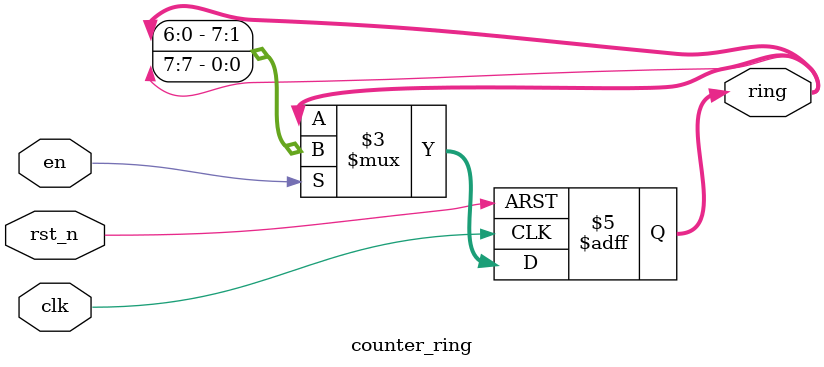
<source format=v>
module counter_ring #(
    parameter WIDTH = 8
) (
    input  wire             clk,
    input  wire             rst_n,
    input  wire             en,
    output reg  [WIDTH-1:0] ring
);

    always @(posedge clk or negedge rst_n) begin
        if (!rst_n)
            ring <= {{(WIDTH-1){1'b0}}, 1'b1};
        else if (en)
            ring <= {ring[WIDTH-2:0], ring[WIDTH-1]};
    end

endmodule

</source>
